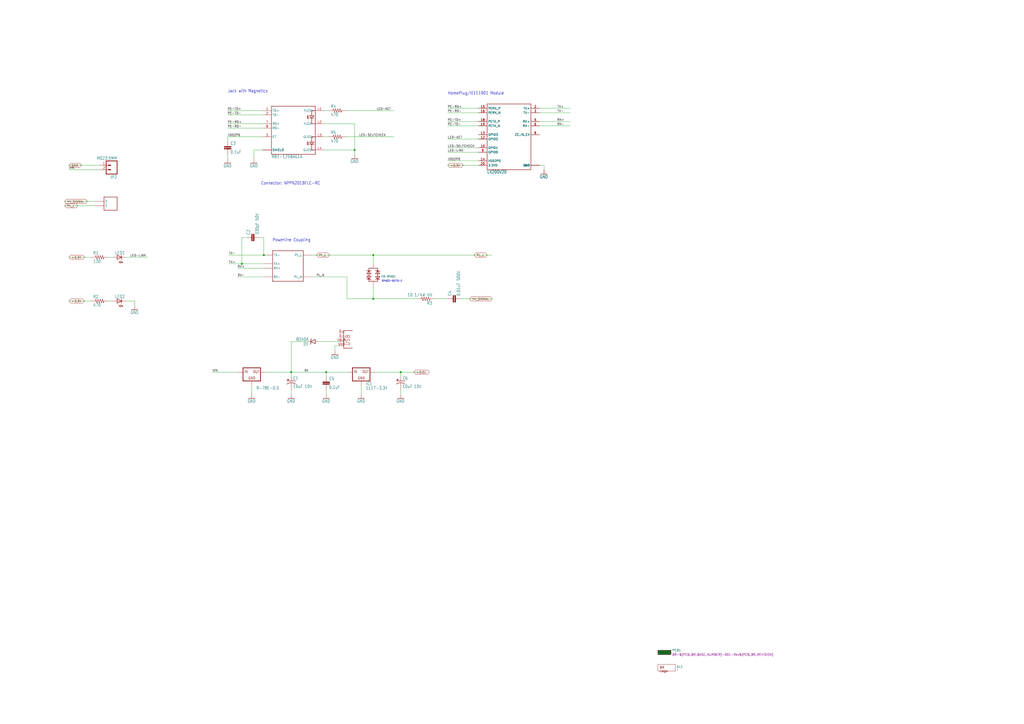
<source format=kicad_sch>
(kicad_sch (version 20231120) (generator "eeschema") (generator_version "8.0")
  (paper "A2")
  (lib_symbols
    (symbol "BR_Virtual_Parts:BR_Logo" (pin_numbers hide) (pin_names (offset 0) hide) (in_bom no)
      (property "Reference" "GL" (at -4.064 4.064 0))
      (symbol "BR_Logo_0_0"
        (text_box "BR Logo" (at -5.08 3.175 0) (size 10.16 -3.81) (effects (font (size 1.27 1.27)) (justify left top)))
      )
    )
    (symbol "BR_Virtual_Parts:PCB"
      (property "Reference" "PCB" (at 0 0 0))
      (property "Manufacturer Part Num" "BR-${PCB_BR_BASE_NUMBER}-001-Rev${PCB_BR_REVISION}" (at 0.889 -2.159 0))
      (symbol "PCB_1_1"
        (rectangle (start -3.81 1.27) (end 3.81 -1.27) (fill (type color) (color 18 101 29 1)))
      )
    )
    (symbol "Fathom-X-eagle-import:C-EUC0603"
      (property "Reference" "C" (at 1.524 0.381 0))
      (symbol "C-EUC0603_1_0"
        (rectangle (start -2.032 -2.032) (end 2.032 -1.524) (fill (type outline)))
        (rectangle (start -2.032 -1.016) (end 2.032 -0.508) (fill (type outline)))
        (polyline (pts (xy 0 -2.54) (xy 0 -2.032)) (stroke (width 0.1524)))
        (polyline (pts (xy 0 0) (xy 0 -0.508)) (stroke (width 0.1524)))
        (pin passive line (at 0 2.54 270) (length 2.54) (name "1") (number "1"))
        (pin passive line (at 0 -5.08 90) (length 2.54) (name "2") (number "2"))
      )
    )
    (symbol "Fathom-X-eagle-import:C-EUC0805"
      (property "Reference" "C" (at 1.524 0.381 0))
      (symbol "C-EUC0805_1_0"
        (rectangle (start -2.032 -2.032) (end 2.032 -1.524) (fill (type outline)))
        (rectangle (start -2.032 -1.016) (end 2.032 -0.508) (fill (type outline)))
        (polyline (pts (xy 0 -2.54) (xy 0 -2.032)) (stroke (width 0.1524)))
        (polyline (pts (xy 0 0) (xy 0 -0.508)) (stroke (width 0.1524)))
        (pin passive line (at 0 2.54 270) (length 2.54) (name "1") (number "1"))
        (pin passive line (at 0 -5.08 90) (length 2.54) (name "2") (number "2"))
      )
    )
    (symbol "Fathom-X-eagle-import:C-EUC1206"
      (property "Reference" "C" (at 1.524 0.381 0))
      (symbol "C-EUC1206_1_0"
        (rectangle (start -2.032 -2.032) (end 2.032 -1.524) (fill (type outline)))
        (rectangle (start -2.032 -1.016) (end 2.032 -0.508) (fill (type outline)))
        (polyline (pts (xy 0 -2.54) (xy 0 -2.032)) (stroke (width 0.1524)))
        (polyline (pts (xy 0 0) (xy 0 -0.508)) (stroke (width 0.1524)))
        (pin passive line (at 0 2.54 270) (length 2.54) (name "1") (number "1"))
        (pin passive line (at 0 -5.08 90) (length 2.54) (name "2") (number "2"))
      )
    )
    (symbol "Fathom-X-eagle-import:CAP0603-CAP"
      (property "Reference" "C" (at 1.524 2.921 0))
      (symbol "CAP0603-CAP_1_0"
        (rectangle (start -2.032 0.508) (end 2.032 1.016) (fill (type outline)))
        (rectangle (start -2.032 1.524) (end 2.032 2.032) (fill (type outline)))
        (polyline (pts (xy 0 0) (xy 0 0.508)) (stroke (width 0.1524)))
        (polyline (pts (xy 0 2.54) (xy 0 2.032)) (stroke (width 0.1524)))
        (pin passive line (at 0 5.08 270) (length 2.54) (name "1") (number "1"))
        (pin passive line (at 0 -2.54 90) (length 2.54) (name "2") (number "2"))
      )
    )
    (symbol "Fathom-X-eagle-import:CAP_POL1206"
      (property "Reference" "C" (at 1.016 0.635 0))
      (symbol "CAP_POL1206_1_0"
        (rectangle (start -2.253 0.668) (end -1.364 0.795) (fill (type outline)))
        (rectangle (start -1.872 0.287) (end -1.745 1.176) (fill (type outline)))
        (arc (start 0 -1.0161) (mid -1.3021 -1.2303) (end -2.4669 -1.8504) (stroke (width 0.254)))
        (polyline (pts (xy -2.54 0) (xy 2.54 0)) (stroke (width 0.254)))
        (polyline (pts (xy 0 -1.016) (xy 0 -2.54)) (stroke (width 0.1524)))
        (arc (start 2.4892 -1.8541) (mid 1.3158 -1.2194) (end 0 -1) (stroke (width 0.254)))
        (pin passive line (at 0 2.54 270) (length 2.54) (name "+") (number "A"))
        (pin passive line (at 0 -5.08 90) (length 2.54) (name "-") (number "C"))
      )
    )
    (symbol "Fathom-X-eagle-import:DIODE-SCHOTTKY-B340A"
      (property "Reference" "D" (at 2.54 0.4826 0))
      (symbol "DIODE-SCHOTTKY-B340A_1_0"
        (polyline (pts (xy -2.54 0) (xy -1.27 0)) (stroke (width 0.1524)))
        (polyline (pts (xy -1.27 -1.27) (xy 1.27 0)) (stroke (width 0.254)))
        (polyline (pts (xy -1.27 0) (xy -1.27 -1.27)) (stroke (width 0.254)))
        (polyline (pts (xy -1.27 1.27) (xy -1.27 0)) (stroke (width 0.254)))
        (polyline (pts (xy 1.27 -1.27) (xy 0.762 -1.524)) (stroke (width 0.254)))
        (polyline (pts (xy 1.27 0) (xy -1.27 1.27)) (stroke (width 0.254)))
        (polyline (pts (xy 1.27 0) (xy 1.27 -1.27)) (stroke (width 0.254)))
        (polyline (pts (xy 1.27 1.27) (xy 1.27 0)) (stroke (width 0.254)))
        (polyline (pts (xy 1.27 1.27) (xy 1.778 1.524)) (stroke (width 0.254)))
        (polyline (pts (xy 2.54 0) (xy 1.27 0)) (stroke (width 0.1524)))
        (pin passive line (at -2.54 0 0) (length 0) (name "A") (number "A"))
        (pin passive line (at 2.54 0 180) (length 0) (name "C") (number "C"))
      )
    )
    (symbol "Fathom-X-eagle-import:GND" (power)
      (symbol "GND_1_0"
        (polyline (pts (xy -1.905 0) (xy 1.905 0)) (stroke (width 0.254)))
        (pin power_in line (at 0 2.54 270) (length 2.54) (name "GND") (number "1"))
      )
    )
    (symbol "Fathom-X-eagle-import:HEADER-210.16MM"
      (symbol "HEADER-210.16MM_1_0"
        (polyline (pts (xy 0 0) (xy 7.62 0)) (stroke (width 0.254)))
        (polyline (pts (xy 0 7.62) (xy 0 0)) (stroke (width 0.254)))
        (polyline (pts (xy 7.62 0) (xy 7.62 7.62)) (stroke (width 0.254)))
        (polyline (pts (xy 7.62 7.62) (xy 0 7.62)) (stroke (width 0.254)))
        (pin bidirectional line (at 12.7 5.08 180) (length 5.08) (name "1") (number "P$1"))
        (pin bidirectional line (at 12.7 2.54 180) (length 5.08) (name "2") (number "P$2"))
      )
    )
    (symbol "Fathom-X-eagle-import:LEDCHIPLED_0603"
      (property "Reference" "LED" (at 3.556 -4.572 90))
      (symbol "LEDCHIPLED_0603_1_0"
        (polyline (pts (xy -2.032 -0.762) (xy -3.429 -2.159)) (stroke (width 0.1524)))
        (polyline (pts (xy -1.905 -1.905) (xy -3.302 -3.302)) (stroke (width 0.1524)))
        (polyline (pts (xy 0 -2.54) (xy -1.27 -2.54)) (stroke (width 0.254)))
        (polyline (pts (xy 0 -2.54) (xy -1.27 0)) (stroke (width 0.254)))
        (polyline (pts (xy 0 0) (xy -1.27 0)) (stroke (width 0.254)))
        (polyline (pts (xy 0 0) (xy 0 -2.54)) (stroke (width 0.1524)))
        (polyline (pts (xy 1.27 -2.54) (xy 0 -2.54)) (stroke (width 0.254)))
        (polyline (pts (xy 1.27 0) (xy 0 -2.54)) (stroke (width 0.254)))
        (polyline (pts (xy 1.27 0) (xy 0 0)) (stroke (width 0.254)))
        (polyline (pts (xy -3.429 -2.159) (xy -3.048 -1.27) (xy -2.54 -1.778)) (stroke (width 0.1524)) (fill (type outline)))
        (polyline (pts (xy -3.302 -3.302) (xy -2.921 -2.413) (xy -2.413 -2.921)) (stroke (width 0.1524)) (fill (type outline)))
        (pin passive line (at 0 2.54 270) (length 2.54) (name "A") (number "A"))
        (pin passive line (at 0 -5.08 90) (length 2.54) (name "C") (number "C"))
      )
    )
    (symbol "Fathom-X-eagle-import:LX200V20"
      (symbol "LX200V20_1_0"
        (polyline (pts (xy -12.7 -17.78) (xy -12.7 20.32)) (stroke (width 0.254)))
        (polyline (pts (xy -12.7 20.32) (xy 12.7 20.32)) (stroke (width 0.254)))
        (polyline (pts (xy 12.7 -17.78) (xy -12.7 -17.78)) (stroke (width 0.254)))
        (polyline (pts (xy 12.7 20.32) (xy 12.7 -17.78)) (stroke (width 0.254)))
        (pin bidirectional line (at 17.78 -15.24 180) (length 5.08) (name "GND") (number "1"))
        (pin bidirectional line (at -17.78 -5.08 0) (length 5.08) (name "GPIO1") (number "10"))
        (pin bidirectional line (at 17.78 -15.24 180) (length 5.08) (name "GND") (number "11"))
        (pin bidirectional line (at -17.78 0 0) (length 5.08) (name "GPIO2") (number "12"))
        (pin bidirectional line (at -17.78 2.54 0) (length 5.08) (name "GPIO3") (number "13"))
        (pin bidirectional line (at -17.78 -12.7 0) (length 5.08) (name "VDD2P0") (number "14"))
        (pin bidirectional line (at -17.78 17.78 0) (length 5.08) (name "PERX_P") (number "15"))
        (pin bidirectional line (at -17.78 15.24 0) (length 5.08) (name "PERX_N") (number "16"))
        (pin bidirectional line (at 17.78 -15.24 180) (length 5.08) (name "GND") (number "17"))
        (pin bidirectional line (at -17.78 10.16 0) (length 5.08) (name "PETX_P") (number "18"))
        (pin bidirectional line (at -17.78 7.62 0) (length 5.08) (name "PETX_N") (number "19"))
        (pin bidirectional line (at 17.78 17.78 180) (length 5.08) (name "TX+") (number "2"))
        (pin bidirectional line (at -17.78 -15.24 0) (length 5.08) (name "3.3VD") (number "20"))
        (pin bidirectional line (at 17.78 15.24 180) (length 5.08) (name "TX-") (number "3"))
        (pin bidirectional line (at 17.78 -15.24 180) (length 5.08) (name "GND") (number "4"))
        (pin bidirectional line (at 17.78 10.16 180) (length 5.08) (name "RX+") (number "5"))
        (pin bidirectional line (at 17.78 7.62 180) (length 5.08) (name "RX-") (number "6"))
        (pin bidirectional line (at 17.78 -15.24 180) (length 5.08) (name "GND") (number "7"))
        (pin bidirectional line (at 17.78 2.54 180) (length 5.08) (name "ZC_IN_EX") (number "8"))
        (pin bidirectional line (at -17.78 -7.62 0) (length 5.08) (name "GPIO0") (number "9"))
      )
    )
    (symbol "Fathom-X-eagle-import:M023.5MM"
      (property "Reference" "JP" (at -2.54 5.842 0))
      (symbol "M023.5MM_1_0"
        (polyline (pts (xy -2.54 5.08) (xy -2.54 -2.54)) (stroke (width 0.4064)))
        (polyline (pts (xy -2.54 5.08) (xy 3.81 5.08)) (stroke (width 0.4064)))
        (polyline (pts (xy 1.27 0) (xy 2.54 0)) (stroke (width 0.6096)))
        (polyline (pts (xy 1.27 2.54) (xy 2.54 2.54)) (stroke (width 0.6096)))
        (polyline (pts (xy 3.81 -2.54) (xy -2.54 -2.54)) (stroke (width 0.4064)))
        (polyline (pts (xy 3.81 -2.54) (xy 3.81 5.08)) (stroke (width 0.4064)))
        (pin passive line (at 7.62 0 180) (length 5.08) (name "1") (number "1"))
        (pin passive line (at 7.62 2.54 180) (length 5.08) (name "2") (number "2"))
      )
    )
    (symbol "Fathom-X-eagle-import:R-US_R0603"
      (property "Reference" "R" (at -3.81 1.4986 0))
      (symbol "R-US_R0603_1_0"
        (polyline (pts (xy -2.54 0) (xy -2.159 1.016)) (stroke (width 0.2032)))
        (polyline (pts (xy -2.159 1.016) (xy -1.524 -1.016)) (stroke (width 0.2032)))
        (polyline (pts (xy -1.524 -1.016) (xy -0.889 1.016)) (stroke (width 0.2032)))
        (polyline (pts (xy -0.889 1.016) (xy -0.254 -1.016)) (stroke (width 0.2032)))
        (polyline (pts (xy -0.254 -1.016) (xy 0.381 1.016)) (stroke (width 0.2032)))
        (polyline (pts (xy 0.381 1.016) (xy 1.016 -1.016)) (stroke (width 0.2032)))
        (polyline (pts (xy 1.016 -1.016) (xy 1.651 1.016)) (stroke (width 0.2032)))
        (polyline (pts (xy 1.651 1.016) (xy 2.286 -1.016)) (stroke (width 0.2032)))
        (polyline (pts (xy 2.286 -1.016) (xy 2.54 0)) (stroke (width 0.2032)))
        (pin passive line (at -5.08 0 0) (length 2.54) (name "1") (number "1"))
        (pin passive line (at 5.08 0 180) (length 2.54) (name "2") (number "2"))
      )
    )
    (symbol "Fathom-X-eagle-import:R-US_R1206"
      (property "Reference" "R" (at -3.81 1.4986 0))
      (symbol "R-US_R1206_1_0"
        (polyline (pts (xy -2.54 0) (xy -2.159 1.016)) (stroke (width 0.2032)))
        (polyline (pts (xy -2.159 1.016) (xy -1.524 -1.016)) (stroke (width 0.2032)))
        (polyline (pts (xy -1.524 -1.016) (xy -0.889 1.016)) (stroke (width 0.2032)))
        (polyline (pts (xy -0.889 1.016) (xy -0.254 -1.016)) (stroke (width 0.2032)))
        (polyline (pts (xy -0.254 -1.016) (xy 0.381 1.016)) (stroke (width 0.2032)))
        (polyline (pts (xy 0.381 1.016) (xy 1.016 -1.016)) (stroke (width 0.2032)))
        (polyline (pts (xy 1.016 -1.016) (xy 1.651 1.016)) (stroke (width 0.2032)))
        (polyline (pts (xy 1.651 1.016) (xy 2.286 -1.016)) (stroke (width 0.2032)))
        (polyline (pts (xy 2.286 -1.016) (xy 2.54 0)) (stroke (width 0.2032)))
        (pin passive line (at -5.08 0 0) (length 2.54) (name "1") (number "1"))
        (pin passive line (at 5.08 0 180) (length 2.54) (name "2") (number "2"))
      )
    )
    (symbol "Fathom-X-eagle-import:RJ45-MAG"
      (symbol "RJ45-MAG_1_0"
        (polyline (pts (xy -12.7 -15.24) (xy 12.7 -15.24)) (stroke (width 0.254)))
        (polyline (pts (xy -12.7 12.7) (xy -12.7 -15.24)) (stroke (width 0.254)))
        (polyline (pts (xy 8.128 -9.652) (xy 8.128 -9.144)) (stroke (width 0.254)))
        (polyline (pts (xy 8.128 -9.144) (xy 8.636 -9.144)) (stroke (width 0.254)))
        (polyline (pts (xy 8.128 -8.636) (xy 8.128 -8.128)) (stroke (width 0.254)))
        (polyline (pts (xy 8.128 -8.128) (xy 8.636 -8.128)) (stroke (width 0.254)))
        (polyline (pts (xy 8.128 5.588) (xy 8.128 6.096)) (stroke (width 0.254)))
        (polyline (pts (xy 8.128 6.096) (xy 8.636 6.096)) (stroke (width 0.254)))
        (polyline (pts (xy 8.128 6.604) (xy 8.128 7.112)) (stroke (width 0.254)))
        (polyline (pts (xy 8.128 7.112) (xy 8.636 7.112)) (stroke (width 0.254)))
        (polyline (pts (xy 8.89 -9.906) (xy 8.128 -9.144)) (stroke (width 0.254)))
        (polyline (pts (xy 8.89 -8.89) (xy 8.128 -8.128)) (stroke (width 0.254)))
        (polyline (pts (xy 8.89 5.334) (xy 8.128 6.096)) (stroke (width 0.254)))
        (polyline (pts (xy 8.89 6.35) (xy 8.128 7.112)) (stroke (width 0.254)))
        (polyline (pts (xy 9.398 -9.398) (xy 10.668 -9.398)) (stroke (width 0.254)))
        (polyline (pts (xy 9.398 -8.128) (xy 10.668 -9.398)) (stroke (width 0.254)))
        (polyline (pts (xy 9.398 5.842) (xy 10.668 5.842)) (stroke (width 0.254)))
        (polyline (pts (xy 9.398 7.112) (xy 10.668 5.842)) (stroke (width 0.254)))
        (polyline (pts (xy 10.668 -12.7) (xy 12.7 -12.7)) (stroke (width 0.254)))
        (polyline (pts (xy 10.668 -9.398) (xy 10.668 -12.7)) (stroke (width 0.254)))
        (polyline (pts (xy 10.668 -9.398) (xy 11.938 -9.398)) (stroke (width 0.254)))
        (polyline (pts (xy 10.668 -9.398) (xy 11.938 -8.128)) (stroke (width 0.254)))
        (polyline (pts (xy 10.668 -8.128) (xy 9.398 -8.128)) (stroke (width 0.254)))
        (polyline (pts (xy 10.668 -5.08) (xy 10.668 -8.128)) (stroke (width 0.254)))
        (polyline (pts (xy 10.668 2.54) (xy 12.7 2.54)) (stroke (width 0.254)))
        (polyline (pts (xy 10.668 5.842) (xy 10.668 2.54)) (stroke (width 0.254)))
        (polyline (pts (xy 10.668 5.842) (xy 11.938 5.842)) (stroke (width 0.254)))
        (polyline (pts (xy 10.668 5.842) (xy 11.938 7.112)) (stroke (width 0.254)))
        (polyline (pts (xy 10.668 7.112) (xy 9.398 7.112)) (stroke (width 0.254)))
        (polyline (pts (xy 10.668 10.16) (xy 10.668 7.112)) (stroke (width 0.254)))
        (polyline (pts (xy 11.938 -8.128) (xy 10.668 -8.128)) (stroke (width 0.254)))
        (polyline (pts (xy 11.938 7.112) (xy 10.668 7.112)) (stroke (width 0.254)))
        (polyline (pts (xy 12.7 -15.24) (xy 12.7 -12.7)) (stroke (width 0.254)))
        (polyline (pts (xy 12.7 -12.7) (xy 12.7 2.54)) (stroke (width 0.254)))
        (polyline (pts (xy 12.7 -5.08) (xy 10.668 -5.08)) (stroke (width 0.254)))
        (polyline (pts (xy 12.7 2.54) (xy 12.7 10.16)) (stroke (width 0.254)))
        (polyline (pts (xy 12.7 10.16) (xy 10.668 10.16)) (stroke (width 0.254)))
        (polyline (pts (xy 12.7 10.16) (xy 12.7 12.7)) (stroke (width 0.254)))
        (polyline (pts (xy 12.7 12.7) (xy -12.7 12.7)) (stroke (width 0.254)))
        (pin bidirectional line (at -17.78 10.16 0) (length 5.08) (name "TD+") (number "1"))
        (pin bidirectional line (at -17.78 7.62 0) (length 5.08) (name "TD-") (number "2"))
        (pin bidirectional line (at -17.78 -5.08 0) (length 5.08) (name "CT") (number "3"))
        (pin bidirectional line (at -17.78 2.54 0) (length 5.08) (name "RD+") (number "7"))
        (pin bidirectional line (at -17.78 0 0) (length 5.08) (name "RD-") (number "8"))
        (pin bidirectional line (at 17.78 10.16 180) (length 5.08) (name "YLED+") (number "L1"))
        (pin bidirectional line (at 17.78 2.54 180) (length 5.08) (name "YLED-") (number "L2"))
        (pin bidirectional line (at 17.78 -5.08 180) (length 5.08) (name "GLED+") (number "L3"))
        (pin bidirectional line (at 17.78 -12.7 180) (length 5.08) (name "GLED-") (number "L4"))
        (pin bidirectional line (at -17.78 -12.7 0) (length 5.08) (name "SHIELD") (number "SHIELD0"))
        (pin bidirectional line (at -17.78 -12.7 0) (length 5.08) (name "SHIELD") (number "SHIELD1"))
      )
    )
    (symbol "Fathom-X-eagle-import:SparkFun-Aesthetics_GND" (power)
      (symbol "SparkFun-Aesthetics_GND_1_0"
        (polyline (pts (xy -1.905 0) (xy 1.905 0)) (stroke (width 0.254)))
        (pin power_in line (at 0 2.54 270) (length 2.54) (name "GND") (number "1"))
      )
    )
    (symbol "Fathom-X-eagle-import:TVS-SP4021"
      (symbol "TVS-SP4021_1_0"
        (polyline (pts (xy -3.81 3.048) (xy -1.27 3.048)) (stroke (width 0.254)))
        (polyline (pts (xy -3.81 4.318) (xy -2.54 6.096)) (stroke (width 0.254)))
        (polyline (pts (xy -3.81 6.096) (xy -2.54 6.096)) (stroke (width 0.254)))
        (polyline (pts (xy -3.302 1.27) (xy -3.81 1.778)) (stroke (width 0.254)))
        (polyline (pts (xy -2.54 0) (xy 2.54 0)) (stroke (width 0.254)))
        (polyline (pts (xy -2.54 1.27) (xy -3.81 3.048)) (stroke (width 0.254)))
        (polyline (pts (xy -2.54 1.27) (xy -3.302 1.27)) (stroke (width 0.254)))
        (polyline (pts (xy -2.54 1.27) (xy -2.54 0)) (stroke (width 0.254)))
        (polyline (pts (xy -2.54 6.096) (xy -2.54 1.27)) (stroke (width 0.254)))
        (polyline (pts (xy -2.54 6.096) (xy -1.27 4.318)) (stroke (width 0.254)))
        (polyline (pts (xy -2.54 6.096) (xy -1.27 6.096)) (stroke (width 0.254)))
        (polyline (pts (xy -2.54 7.62) (xy -2.54 6.096)) (stroke (width 0.254)))
        (polyline (pts (xy -1.778 1.27) (xy -2.54 1.27)) (stroke (width 0.254)))
        (polyline (pts (xy -1.27 0.762) (xy -1.778 1.27)) (stroke (width 0.254)))
        (polyline (pts (xy -1.27 3.048) (xy -2.54 1.27)) (stroke (width 0.254)))
        (polyline (pts (xy -1.27 4.318) (xy -3.81 4.318)) (stroke (width 0.254)))
        (polyline (pts (xy 1.27 1.27) (xy 2.54 1.27)) (stroke (width 0.254)))
        (polyline (pts (xy 1.27 2.794) (xy 3.81 2.794)) (stroke (width 0.254)))
        (polyline (pts (xy 1.27 4.318) (xy 2.54 6.096)) (stroke (width 0.254)))
        (polyline (pts (xy 1.27 6.604) (xy 1.778 6.096)) (stroke (width 0.254)))
        (polyline (pts (xy 1.778 6.096) (xy 2.54 6.096)) (stroke (width 0.254)))
        (polyline (pts (xy 2.54 0) (xy 2.54 1.27)) (stroke (width 0.254)))
        (polyline (pts (xy 2.54 1.27) (xy 1.27 2.794)) (stroke (width 0.254)))
        (polyline (pts (xy 2.54 1.27) (xy 2.54 6.096)) (stroke (width 0.254)))
        (polyline (pts (xy 2.54 1.27) (xy 3.81 1.27)) (stroke (width 0.254)))
        (polyline (pts (xy 2.54 6.096) (xy 2.54 7.62)) (stroke (width 0.254)))
        (polyline (pts (xy 2.54 6.096) (xy 3.302 6.096)) (stroke (width 0.254)))
        (polyline (pts (xy 2.54 6.096) (xy 3.81 4.318)) (stroke (width 0.254)))
        (polyline (pts (xy 2.54 7.62) (xy -2.54 7.62)) (stroke (width 0.254)))
        (polyline (pts (xy 3.302 6.096) (xy 3.81 5.588)) (stroke (width 0.254)))
        (polyline (pts (xy 3.81 2.794) (xy 2.54 1.27)) (stroke (width 0.254)))
        (polyline (pts (xy 3.81 4.318) (xy 1.27 4.318)) (stroke (width 0.254)))
        (pin bidirectional line (at 0 -2.54 90) (length 2.54) (name "P$1") (number "1"))
        (pin bidirectional line (at 0 10.16 270) (length 2.54) (name "P$2") (number "2"))
      )
    )
    (symbol "Fathom-X-eagle-import:USBSMD"
      (symbol "USBSMD_1_0"
        (polyline (pts (xy 0 -1.27) (xy 5.08 -1.27)) (stroke (width 0.254)))
        (polyline (pts (xy 0 8.89) (xy 0 -1.27)) (stroke (width 0.254)))
        (polyline (pts (xy 5.08 8.89) (xy 0 8.89)) (stroke (width 0.254)))
        (text "USB" (at 3.81 0 900) (effects (font (size 2.54 2.159)) (justify left bottom)))
        (pin bidirectional line (at -2.54 7.62 0) (length 2.54) (name "D+") (number "D+"))
        (pin bidirectional line (at -2.54 5.08 0) (length 2.54) (name "D-") (number "D-"))
        (pin bidirectional line (at -2.54 0 0) (length 2.54) (name "GND") (number "GND"))
        (pin bidirectional line (at -2.54 2.54 0) (length 2.54) (name "VBUS") (number "VBUS"))
      )
    )
    (symbol "Fathom-X-eagle-import:UT11403S"
      (symbol "UT11403S_1_0"
        (polyline (pts (xy 0 0) (xy 17.78 0)) (stroke (width 0.254)))
        (polyline (pts (xy 0 17.78) (xy 0 0)) (stroke (width 0.254)))
        (polyline (pts (xy 17.78 0) (xy 17.78 17.78)) (stroke (width 0.254)))
        (polyline (pts (xy 17.78 17.78) (xy 0 17.78)) (stroke (width 0.254)))
        (pin bidirectional line (at 22.86 15.24 180) (length 5.08) (name "PL_L") (number "PL_L"))
        (pin bidirectional line (at 22.86 2.54 180) (length 5.08) (name "PL_N") (number "PL_N"))
        (pin bidirectional line (at -5.08 7.62 0) (length 5.08) (name "RX+") (number "RX+"))
        (pin bidirectional line (at -5.08 2.54 0) (length 5.08) (name "RX-") (number "RX-"))
        (pin bidirectional line (at -5.08 10.16 0) (length 5.08) (name "TX+") (number "TX+"))
        (pin bidirectional line (at -5.08 15.24 0) (length 5.08) (name "TX-") (number "TX-"))
      )
    )
    (symbol "Fathom-X-eagle-import:VREG-1117-FIXEDSOT223"
      (property "Reference" "IC" (at 2.54 -7.62 0))
      (symbol "VREG-1117-FIXEDSOT223_1_0"
        (polyline (pts (xy -5.08 -5.08) (xy 5.08 -5.08)) (stroke (width 0.4064)))
        (polyline (pts (xy -5.08 2.54) (xy -5.08 -5.08)) (stroke (width 0.4064)))
        (polyline (pts (xy 5.08 -5.08) (xy 5.08 2.54)) (stroke (width 0.4064)))
        (polyline (pts (xy 5.08 2.54) (xy -5.08 2.54)) (stroke (width 0.4064)))
        (text "GND" (at -2.032 -4.318 0) (effects (font (size 1.524 1.2954)) (justify left bottom)))
        (text "IN" (at -4.445 -0.635 0) (effects (font (size 1.524 1.2954)) (justify left bottom)))
        (text "OUT" (at 0.635 -0.635 0) (effects (font (size 1.524 1.2954)) (justify left bottom)))
        (pin input line (at 0 -7.62 90) (length 2.54) (name "GND") (number "1"))
        (pin output line (at 7.62 0 180) (length 2.54) (name "OUT") (number "2"))
        (pin input line (at -7.62 0 0) (length 2.54) (name "IN") (number "3"))
      )
    )
    (symbol "Fathom-X-eagle-import:VREG-R-78E-0.5"
      (symbol "VREG-R-78E-0.5_1_0"
        (polyline (pts (xy -5.08 -5.08) (xy 5.08 -5.08)) (stroke (width 0.4064)))
        (polyline (pts (xy -5.08 2.54) (xy -5.08 -5.08)) (stroke (width 0.4064)))
        (polyline (pts (xy 5.08 -5.08) (xy 5.08 2.54)) (stroke (width 0.4064)))
        (polyline (pts (xy 5.08 2.54) (xy -5.08 2.54)) (stroke (width 0.4064)))
        (text "GND" (at -2.032 -4.318 0) (effects (font (size 1.524 1.2954)) (justify left bottom)))
        (text "IN" (at -4.445 -0.635 0) (effects (font (size 1.524 1.2954)) (justify left bottom)))
        (text "OUT" (at 0.635 -0.635 0) (effects (font (size 1.524 1.2954)) (justify left bottom)))
        (pin input line (at 0 -7.62 90) (length 2.54) (name "GND") (number "GND"))
        (pin input line (at -7.62 0 0) (length 2.54) (name "IN") (number "VIN"))
        (pin output line (at 7.62 0 180) (length 2.54) (name "OUT") (number "VOUT"))
      )
    )
  )
  (junction (at 140.335 153.035))
  (junction (at 189.23 215.9))
  (junction (at 216.535 147.955))
  (junction (at 168.91 215.9))
  (junction (at 216.535 173.355))
  (junction (at 232.41 215.9))
  (junction (at 205.74 86.995))
  (junction (at 153.035 147.955))
  (wire (pts (xy 152.4 66.675) (xy 132.08 66.675)) (stroke (width 0.1524)))
  (wire (pts (xy 216.535 173.355) (xy 241.935 173.355)) (stroke (width 0.1524)))
  (wire (pts (xy 152.4 79.375) (xy 132.08 79.375)) (stroke (width 0.1524)))
  (wire (pts (xy 180.975 160.655) (xy 201.295 160.655)) (stroke (width 0.1524)))
  (wire (pts (xy 142.875 137.795) (xy 140.335 137.795)) (stroke (width 0.1524)))
  (wire (pts (xy 52.705 174.625) (xy 40.005 174.625)) (stroke (width 0.1524)))
  (wire (pts (xy 138.43 215.9) (xy 123.19 215.9)) (stroke (width 0.1524)))
  (wire (pts (xy 153.035 155.575) (xy 137.795 155.575)) (stroke (width 0.1524)))
  (wire (pts (xy 189.23 215.9) (xy 168.91 215.9)) (stroke (width 0.1524)))
  (wire (pts (xy 196.85 200.66) (xy 194.31 200.66)) (stroke (width 0.1524)))
  (wire (pts (xy 153.035 147.955) (xy 132.715 147.955)) (stroke (width 0.1524)))
  (wire (pts (xy 216.535 165.735) (xy 216.535 173.355)) (stroke (width 0.1524)))
  (wire (pts (xy 277.495 73.025) (xy 259.715 73.025)) (stroke (width 0.1524)))
  (wire (pts (xy 168.91 198.12) (xy 168.91 215.9)) (stroke (width 0.1524)))
  (wire (pts (xy 146.05 223.52) (xy 146.05 228.6)) (stroke (width 0.1524)))
  (wire (pts (xy 216.535 147.955) (xy 285.115 147.955)) (stroke (width 0.1524)))
  (wire (pts (xy 205.74 86.995) (xy 205.74 89.535)) (stroke (width 0.1524)))
  (wire (pts (xy 189.23 228.6) (xy 189.23 226.06)) (stroke (width 0.1524)))
  (wire (pts (xy 313.055 73.025) (xy 330.835 73.025)) (stroke (width 0.1524)))
  (wire (pts (xy 179.07 198.12) (xy 168.91 198.12)) (stroke (width 0.1524)))
  (wire (pts (xy 277.495 62.865) (xy 259.715 62.865)) (stroke (width 0.1524)))
  (wire (pts (xy 252.095 173.355) (xy 259.715 173.355)) (stroke (width 0.1524)))
  (wire (pts (xy 152.4 71.755) (xy 132.08 71.755)) (stroke (width 0.1524)))
  (wire (pts (xy 187.96 64.135) (xy 190.5 64.135)) (stroke (width 0.1524)))
  (wire (pts (xy 153.035 153.035) (xy 140.335 153.035)) (stroke (width 0.1524)))
  (wire (pts (xy 57.785 98.425) (xy 40.005 98.425)) (stroke (width 0.1524)))
  (wire (pts (xy 187.96 86.995) (xy 205.74 86.995)) (stroke (width 0.1524)))
  (wire (pts (xy 232.41 215.9) (xy 245.11 215.9)) (stroke (width 0.1524)))
  (wire (pts (xy 147.32 86.995) (xy 147.32 92.075)) (stroke (width 0.1524)))
  (wire (pts (xy 201.295 173.355) (xy 216.535 173.355)) (stroke (width 0.1524)))
  (wire (pts (xy 189.23 215.9) (xy 201.93 215.9)) (stroke (width 0.1524)))
  (wire (pts (xy 277.495 80.645) (xy 259.715 80.645)) (stroke (width 0.1524)))
  (wire (pts (xy 78.105 174.625) (xy 78.105 177.165)) (stroke (width 0.1524)))
  (wire (pts (xy 267.335 173.355) (xy 285.115 173.355)) (stroke (width 0.1524)))
  (wire (pts (xy 152.4 74.295) (xy 132.08 74.295)) (stroke (width 0.1524)))
  (wire (pts (xy 313.055 95.885) (xy 315.595 95.885)) (stroke (width 0.1524)))
  (wire (pts (xy 217.17 215.9) (xy 232.41 215.9)) (stroke (width 0.1524)))
  (wire (pts (xy 85.725 149.225) (xy 73.025 149.225)) (stroke (width 0.1524)))
  (wire (pts (xy 313.055 62.865) (xy 330.835 62.865)) (stroke (width 0.1524)))
  (wire (pts (xy 55.245 119.38) (xy 37.465 119.38)) (stroke (width 0.1524)))
  (wire (pts (xy 62.865 174.625) (xy 65.405 174.625)) (stroke (width 0.1524)))
  (wire (pts (xy 313.055 70.485) (xy 330.835 70.485)) (stroke (width 0.1524)))
  (wire (pts (xy 153.67 215.9) (xy 168.91 215.9)) (stroke (width 0.1524)))
  (wire (pts (xy 277.495 88.265) (xy 259.715 88.265)) (stroke (width 0.1524)))
  (wire (pts (xy 313.055 65.405) (xy 330.835 65.405)) (stroke (width 0.1524)))
  (wire (pts (xy 132.08 79.375) (xy 132.08 81.915)) (stroke (width 0.1524)))
  (wire (pts (xy 150.495 137.795) (xy 153.035 137.795)) (stroke (width 0.1524)))
  (wire (pts (xy 277.495 65.405) (xy 259.715 65.405)) (stroke (width 0.1524)))
  (wire (pts (xy 52.705 149.225) (xy 40.005 149.225)) (stroke (width 0.1524)))
  (wire (pts (xy 132.08 89.535) (xy 132.08 92.075)) (stroke (width 0.1524)))
  (wire (pts (xy 277.495 93.345) (xy 259.715 93.345)) (stroke (width 0.1524)))
  (wire (pts (xy 205.74 71.755) (xy 205.74 86.995)) (stroke (width 0.1524)))
  (wire (pts (xy 187.96 79.375) (xy 190.5 79.375)) (stroke (width 0.1524)))
  (wire (pts (xy 168.91 226.06) (xy 168.91 228.6)) (stroke (width 0.1524)))
  (wire (pts (xy 184.15 198.12) (xy 196.85 198.12)) (stroke (width 0.1524)))
  (wire (pts (xy 180.975 147.955) (xy 216.535 147.955)) (stroke (width 0.1524)))
  (wire (pts (xy 187.96 71.755) (xy 205.74 71.755)) (stroke (width 0.1524)))
  (wire (pts (xy 277.495 95.885) (xy 259.715 95.885)) (stroke (width 0.1524)))
  (wire (pts (xy 209.55 223.52) (xy 209.55 228.6)) (stroke (width 0.1524)))
  (wire (pts (xy 194.31 200.66) (xy 194.31 203.2)) (stroke (width 0.1524)))
  (wire (pts (xy 232.41 226.06) (xy 232.41 228.6)) (stroke (width 0.1524)))
  (wire (pts (xy 153.035 137.795) (xy 153.035 147.955)) (stroke (width 0.1524)))
  (wire (pts (xy 216.535 153.035) (xy 216.535 147.955)) (stroke (width 0.1524)))
  (wire (pts (xy 200.66 79.375) (xy 228.6 79.375)) (stroke (width 0.1524)))
  (wire (pts (xy 140.335 153.035) (xy 132.715 153.035)) (stroke (width 0.1524)))
  (wire (pts (xy 189.23 218.44) (xy 189.23 215.9)) (stroke (width 0.1524)))
  (wire (pts (xy 277.495 85.725) (xy 259.715 85.725)) (stroke (width 0.1524)))
  (wire (pts (xy 153.035 160.655) (xy 137.795 160.655)) (stroke (width 0.1524)))
  (wire (pts (xy 140.335 137.795) (xy 140.335 153.035)) (stroke (width 0.1524)))
  (wire (pts (xy 200.66 64.135) (xy 228.6 64.135)) (stroke (width 0.1524)))
  (wire (pts (xy 152.4 64.135) (xy 132.08 64.135)) (stroke (width 0.1524)))
  (wire (pts (xy 57.785 95.885) (xy 40.005 95.885)) (stroke (width 0.1524)))
  (wire (pts (xy 55.245 116.84) (xy 37.465 116.84)) (stroke (width 0.1524)))
  (wire (pts (xy 277.495 70.485) (xy 259.715 70.485)) (stroke (width 0.1524)))
  (wire (pts (xy 73.025 174.625) (xy 78.105 174.625)) (stroke (width 0.1524)))
  (wire (pts (xy 168.91 215.9) (xy 168.91 218.44)) (stroke (width 0.1524)))
  (wire (pts (xy 152.4 86.995) (xy 147.32 86.995)) (stroke (width 0.1524)))
  (wire (pts (xy 62.865 149.225) (xy 65.405 149.225)) (stroke (width 0.1524)))
  (wire (pts (xy 232.41 215.9) (xy 232.41 218.44)) (stroke (width 0.1524)))
  (wire (pts (xy 315.595 95.885) (xy 315.595 98.425)) (stroke (width 0.1524)))
  (wire (pts (xy 201.295 160.655) (xy 201.295 173.355)) (stroke (width 0.1524)))
  (text "Connector: NPPN201BFLC-RC" (at 151.384 107.442 0) (effects (font (size 1.778 1.5113)) (justify left bottom)))
  (text "Jack with Magnetics" (at 132.08 53.975 0) (effects (font (size 1.778 1.5113)) (justify left bottom)))
  (text "SP4021-01FTG-C" (at 221.361 163.703 0) (effects (font (size 1.016 0.8636)) (justify left bottom)))
  (text "HomePlug/IEEE1901 Module" (at 259.715 55.245 0) (effects (font (size 1.778 1.5113)) (justify left bottom)))
  (text "Powerline Coupling" (at 158.115 140.335 0) (effects (font (size 1.778 1.5113)) (justify left bottom)))
  (label "LED-SELFCHECK" (at 259.715 85.725 0) (effects (font (size 1.2446 1.2446))))
  (label "RX+" (at 137.795 155.575 0) (effects (font (size 1.2446 1.2446))))
  (label "VIN" (at 40.005 98.425 0) (effects (font (size 1.2446 1.2446))))
  (label "LED-ACT" (at 218.44 64.135 0) (effects (font (size 1.2446 1.2446))))
  (label "VDD2P0" (at 132.08 79.375 0) (effects (font (size 1.2446 1.2446))))
  (label "TX+" (at 132.715 153.035 0) (effects (font (size 1.2446 1.2446))))
  (label "PE-TD-" (at 259.715 73.025 0) (effects (font (size 1.2446 1.2446))))
  (label "PE-TD-" (at 132.08 66.675 0) (effects (font (size 1.2446 1.2446))))
  (label "TX-" (at 323.215 65.405 0) (effects (font (size 1.2446 1.2446))))
  (label "RX-" (at 323.215 73.025 0) (effects (font (size 1.2446 1.2446))))
  (label "VDD2P0" (at 259.715 93.345 0) (effects (font (size 1.2446 1.2446))))
  (label "LED-LINK" (at 75.565 149.225 0) (effects (font (size 1.2446 1.2446))))
  (label "PE-RD-" (at 132.08 74.295 0) (effects (font (size 1.2446 1.2446))))
  (label "RX-" (at 137.795 160.655 0) (effects (font (size 1.2446 1.2446))))
  (label "PE-RD+" (at 259.715 62.865 0) (effects (font (size 1.2446 1.2446))))
  (label "5V" (at 176.53 215.9 0) (effects (font (size 1.2446 1.2446))))
  (label "VIN" (at 123.19 215.9 0) (effects (font (size 1.2446 1.2446))))
  (label "PE-RD+" (at 132.08 71.755 0) (effects (font (size 1.2446 1.2446))))
  (label "LED-ACT" (at 259.715 80.645 0) (effects (font (size 1.2446 1.2446))))
  (label "LED-LINK" (at 259.715 88.265 0) (effects (font (size 1.2446 1.2446))))
  (label "RX+" (at 323.215 70.485 0) (effects (font (size 1.2446 1.2446))))
  (label "TX+" (at 323.215 62.865 0) (effects (font (size 1.2446 1.2446))))
  (label "PL_N" (at 183.515 160.655 0) (effects (font (size 1.2446 1.2446))))
  (label "TX-" (at 132.715 147.955 0) (effects (font (size 1.2446 1.2446))))
  (label "PE-RD-" (at 259.715 65.405 0) (effects (font (size 1.2446 1.2446))))
  (label "LED-SELFCHECK" (at 208.28 79.375 0) (effects (font (size 1.2446 1.2446))))
  (label "PE-TD+" (at 132.08 64.135 0) (effects (font (size 1.2446 1.2446))))
  (label "PE-TD+" (at 259.715 70.485 0) (effects (font (size 1.2446 1.2446))))
  (global_label "+3.3V" (shape bidirectional) (at 40.005 174.625 0) (effects (font (size 1.2446 1.2446))) (property "Intersheetrefs" "${INTERSHEET_REFS}" (effects (hide yes))))
  (global_label "HV_SIGNAL" (shape bidirectional) (at 37.465 116.84 0) (effects (font (size 1.2446 1.2446))) (property "Intersheetrefs" "${INTERSHEET_REFS}" (effects (hide yes))))
  (global_label "PL_L" (shape bidirectional) (at 274.955 147.955 0) (effects (font (size 1.2446 1.2446))) (property "Intersheetrefs" "${INTERSHEET_REFS}" (effects (hide yes))))
  (global_label "PL_L" (shape bidirectional) (at 37.465 119.38 0) (effects (font (size 1.2446 1.2446))) (property "Intersheetrefs" "${INTERSHEET_REFS}" (effects (hide yes))))
  (global_label "+3.3V" (shape bidirectional) (at 259.715 95.885 0) (effects (font (size 1.2446 1.2446))) (property "Intersheetrefs" "${INTERSHEET_REFS}" (effects (hide yes))))
  (global_label "GND" (shape bidirectional) (at 40.005 95.885 0) (effects (font (size 1.2446 1.2446))) (property "Intersheetrefs" "${INTERSHEET_REFS}" (effects (hide yes))))
  (global_label "HV_SIGNAL" (shape bidirectional) (at 272.415 173.355 0) (effects (font (size 1.2446 1.2446))) (property "Intersheetrefs" "${INTERSHEET_REFS}" (effects (hide yes))))
  (global_label "+3.3V" (shape bidirectional) (at 240.03 215.9 0) (effects (font (size 1.2446 1.2446))) (property "Intersheetrefs" "${INTERSHEET_REFS}" (effects (hide yes))))
  (global_label "PL_L" (shape bidirectional) (at 183.515 147.955 0) (effects (font (size 1.2446 1.2446))) (property "Intersheetrefs" "${INTERSHEET_REFS}" (effects (hide yes))))
  (global_label "+3.3V" (shape bidirectional) (at 40.005 149.225 0) (effects (font (size 1.2446 1.2446))) (property "Intersheetrefs" "${INTERSHEET_REFS}" (effects (hide yes))))
  (symbol (lib_id "Fathom-X-eagle-import:GND") (at 315.595 100.965 0) (unit 1)
    (property "Reference" "#GND03" (effects (hide yes)))
    (property "Value" "GND" (at 313.055 103.505 0) (effects (font (size 1.778 1.5113)) (justify left bottom)))
  )
  (symbol (lib_id "Fathom-X-eagle-import:C-EUC1206") (at 262.255 173.355 90) (unit 1)
    (property "Reference" "C4" (at 261.874 171.831 0) (effects (font (size 1.778 1.5113)) (justify left bottom)))
    (property "Value" "0.01uF 500V" (at 266.954 171.831 0) (effects (font (size 1.778 1.5113)) (justify left bottom)))
    (property "Footprint" "Fathom-X:C1206" (effects (hide yes)))
  )
  (symbol (lib_id "Fathom-X-eagle-import:VREG-R-78E-0.5") (at 146.05 215.9 0) (unit 1)
    (property "Reference" "U$6" (effects (hide yes)))
    (property "Value" "R-78E-0.5" (at 148.59 226.06 0) (effects (font (size 1.778 1.5113)) (justify left bottom)))
    (property "Footprint" "Fathom-X:R-78E-0.5" (effects (hide yes)))
  )
  (symbol (lib_id "Fathom-X-eagle-import:R-US_R1206") (at 247.015 173.355 180) (unit 1)
    (property "Reference" "R3" (at 250.825 174.8536 0) (effects (font (size 1.778 1.5113)) (justify left bottom)))
    (property "Value" "10 1/4W HV" (at 250.825 170.053 0) (effects (font (size 1.778 1.5113)) (justify left bottom)))
    (property "Footprint" "Fathom-X:R1206" (effects (hide yes)))
  )
  (symbol (lib_id "Fathom-X-eagle-import:CAP_POL1206") (at 232.41 220.98 0) (unit 1)
    (property "Reference" "C6" (at 233.426 220.345 0) (effects (font (size 1.778 1.5113)) (justify left bottom)))
    (property "Value" "10uF 10V" (at 233.426 225.171 0) (effects (font (size 1.778 1.5113)) (justify left bottom)))
    (property "Footprint" "Fathom-X:EIA3216" (effects (hide yes)))
  )
  (symbol (lib_id "Fathom-X-eagle-import:GND") (at 194.31 205.74 0) (unit 1)
    (property "Reference" "#GND09" (effects (hide yes)))
    (property "Value" "GND" (at 191.77 208.28 0) (effects (font (size 1.778 1.5113)) (justify left bottom)))
  )
  (symbol (lib_id "Fathom-X-eagle-import:GND") (at 132.08 94.615 0) (unit 1)
    (property "Reference" "#GND04" (effects (hide yes)))
    (property "Value" "GND" (at 129.54 97.155 0) (effects (font (size 1.778 1.5113)) (justify left bottom)))
  )
  (symbol (lib_id "BR_Virtual_Parts:PCB") (at 385.445 378.46 0) (unit 1)
    (property "Reference" "PCB1" (at 389.89 377.1899 0) (effects (justify left)))
    (property "Value" "Unpopulated PCB" (effects (hide yes)))
    (property "Footprint" "BR_Virtual_Parts:BR_NUMS" (effects (hide yes)))
    (property "Description" "An item representing the bare board in the PCBA" (effects (hide yes)))
    (property "Manufacturer" "Blue Robotics" (effects (hide yes)))
    (property "Manufacturer Part Num" "BR-${PCB_BR_BASE_NUMBER}-001-Rev${PCB_BR_REVISION}" (at 389.89 379.7299 0) (effects (justify left)))
  )
  (symbol (lib_id "Fathom-X-eagle-import:VREG-1117-FIXEDSOT223") (at 209.55 215.9 0) (unit 1)
    (property "Reference" "IC1" (at 212.09 223.52 0) (effects (font (size 1.778 1.5113)) (justify left bottom)))
    (property "Value" "1117-3.3V" (at 212.09 226.06 0) (effects (font (size 1.778 1.5113)) (justify left bottom)))
    (property "Footprint" "Fathom-X:SOT223" (effects (hide yes)))
  )
  (symbol (lib_id "Fathom-X-eagle-import:M023.5MM") (at 65.405 95.885 180) (unit 1)
    (property "Reference" "JP2" (at 67.945 101.727 0) (effects (font (size 1.778 1.5113)) (justify left bottom)))
    (property "Value" "M023.5MM" (at 67.945 90.805 0) (effects (font (size 1.778 1.5113)) (justify left bottom)))
    (property "Footprint" "Fathom-X:SCREWTERMINAL-3.5MM-2" (effects (hide yes)))
  )
  (symbol (lib_id "Fathom-X-eagle-import:CAP0603-CAP") (at 189.23 223.52 0) (unit 1)
    (property "Reference" "C5" (at 190.754 220.599 0) (effects (font (size 1.778 1.5113)) (justify left bottom)))
    (property "Value" "0.1uF" (at 190.754 225.679 0) (effects (font (size 1.778 1.5113)) (justify left bottom)))
    (property "Footprint" "Fathom-X:0603-CAP" (effects (hide yes)))
  )
  (symbol (lib_id "Fathom-X-eagle-import:USBSMD") (at 199.39 200.66 0) (unit 1)
    (property "Reference" "JP1" (effects (hide yes)))
    (property "Value" "USBSMD" (effects (hide yes)))
    (property "Footprint" "Fathom-X:USB-MINIB" (effects (hide yes)))
  )
  (symbol (lib_id "Fathom-X-eagle-import:GND") (at 146.05 231.14 0) (unit 1)
    (property "Reference" "#GND01" (effects (hide yes)))
    (property "Value" "GND" (at 143.51 233.68 0) (effects (font (size 1.778 1.5113)) (justify left bottom)))
  )
  (symbol (lib_id "Fathom-X-eagle-import:DIODE-SCHOTTKY-B340A") (at 181.61 198.12 180) (unit 1)
    (property "Reference" "D1" (at 179.07 198.6026 0) (effects (font (size 1.778 1.5113)) (justify left bottom)))
    (property "Value" "B340A" (at 179.07 195.8086 0) (effects (font (size 1.778 1.5113)) (justify left bottom)))
    (property "Footprint" "Fathom-X:SMA-DIODE" (effects (hide yes)))
  )
  (symbol (lib_id "Fathom-X-eagle-import:SparkFun-Aesthetics_GND") (at 209.55 231.14 0) (unit 1)
    (property "Reference" "#GND010" (effects (hide yes)))
    (property "Value" "GND" (at 207.01 233.68 0) (effects (font (size 1.778 1.5113)) (justify left bottom)))
  )
  (symbol (lib_id "Fathom-X-eagle-import:C-EUC0603") (at 132.08 84.455 0) (unit 1)
    (property "Reference" "C3" (at 133.604 84.074 0) (effects (font (size 1.778 1.5113)) (justify left bottom)))
    (property "Value" "0.1uF" (at 133.604 89.154 0) (effects (font (size 1.778 1.5113)) (justify left bottom)))
    (property "Footprint" "Fathom-X:C0603" (effects (hide yes)))
  )
  (symbol (lib_id "Fathom-X-eagle-import:GND") (at 147.32 94.615 0) (unit 1)
    (property "Reference" "#GND05" (effects (hide yes)))
    (property "Value" "GND" (at 144.78 97.155 0) (effects (font (size 1.778 1.5113)) (justify left bottom)))
  )
  (symbol (lib_id "Fathom-X-eagle-import:TVS-SP4021") (at 216.535 163.195 0) (unit 1)
    (property "Reference" "U$4" (effects (hide yes)))
    (property "Value" "TVS-SP4021" (at 221.107 160.909 0) (effects (font (size 1.016 0.8636)) (justify left bottom)))
    (property "Footprint" "Fathom-X:SOD323-BIDIRECTIONAL" (effects (hide yes)))
  )
  (symbol (lib_id "Fathom-X-eagle-import:R-US_R0603") (at 195.58 79.375 0) (unit 1)
    (property "Reference" "R5" (at 191.77 77.8764 0) (effects (font (size 1.778 1.5113)) (justify left bottom)))
    (property "Value" "470" (at 191.77 82.677 0) (effects (font (size 1.778 1.5113)) (justify left bottom)))
    (property "Footprint" "Fathom-X:R0603" (effects (hide yes)))
  )
  (symbol (lib_id "Fathom-X-eagle-import:SparkFun-Aesthetics_GND") (at 232.41 231.14 0) (unit 1)
    (property "Reference" "#GND011" (effects (hide yes)))
    (property "Value" "GND" (at 229.87 233.68 0) (effects (font (size 1.778 1.5113)) (justify left bottom)))
  )
  (symbol (lib_id "Fathom-X-eagle-import:GND") (at 205.74 92.075 0) (unit 1)
    (property "Reference" "#GND06" (effects (hide yes)))
    (property "Value" "GND" (at 203.2 94.615 0) (effects (font (size 1.778 1.5113)) (justify left bottom)))
  )
  (symbol (lib_id "Fathom-X-eagle-import:RJ45-MAG") (at 170.18 74.295 0) (unit 1)
    (property "Reference" "U$5" (effects (hide yes)))
    (property "Value" "RB1-125BAG1A" (at 157.48 91.821 0) (effects (font (size 1.778 1.5113)) (justify left bottom)))
    (property "Footprint" "Fathom-X:RJ45-MAG-WIZNET" (effects (hide yes)))
  )
  (symbol (lib_id "Fathom-X-eagle-import:CAP_POL1206") (at 168.91 220.98 0) (unit 1)
    (property "Reference" "C1" (at 169.926 220.345 0) (effects (font (size 1.778 1.5113)) (justify left bottom)))
    (property "Value" "10uF 10V" (at 169.926 225.171 0) (effects (font (size 1.778 1.5113)) (justify left bottom)))
    (property "Footprint" "Fathom-X:EIA3216" (effects (hide yes)))
  )
  (symbol (lib_id "Fathom-X-eagle-import:R-US_R0603") (at 57.785 174.625 0) (unit 1)
    (property "Reference" "R2" (at 53.975 173.1264 0) (effects (font (size 1.778 1.5113)) (justify left bottom)))
    (property "Value" "470" (at 53.975 177.927 0) (effects (font (size 1.778 1.5113)) (justify left bottom)))
    (property "Footprint" "Fathom-X:R0603" (effects (hide yes)))
  )
  (symbol (lib_id "Fathom-X-eagle-import:LX200V20") (at 295.275 80.645 0) (unit 1)
    (property "Reference" "U$1" (effects (hide yes)))
    (property "Value" "LX200V20" (at 282.575 100.711 0) (effects (font (size 1.778 1.5113)) (justify left bottom)))
    (property "Footprint" "Fathom-X:LX200V20" (effects (hide yes)))
  )
  (symbol (lib_id "BR_Virtual_Parts:BR_Logo") (at 386.715 388.62 0) (unit 1) (in_bom no)
    (property "Reference" "GL1" (at 392.43 386.7149 0) (effects (justify left)))
    (property "Value" "~" (at 392.43 388.62 0) (effects (justify left)))
    (property "Footprint" "BR_Virtual_Parts:BR_Logo" (effects (hide yes)))
  )
  (symbol (lib_id "Fathom-X-eagle-import:R-US_R0603") (at 57.785 149.225 0) (unit 1)
    (property "Reference" "R1" (at 53.975 147.7264 0) (effects (font (size 1.778 1.5113)) (justify left bottom)))
    (property "Value" "130" (at 53.975 152.527 0) (effects (font (size 1.778 1.5113)) (justify left bottom)))
    (property "Footprint" "Fathom-X:R0603" (effects (hide yes)))
  )
  (symbol (lib_id "Fathom-X-eagle-import:LEDCHIPLED_0603") (at 67.945 174.625 90) (unit 1)
    (property "Reference" "LED2" (at 72.517 171.069 90) (effects (font (size 1.778 1.5113)) (justify left bottom)))
    (property "Value" "LEDCHIPLED_0603" (effects (hide yes)))
    (property "Footprint" "Fathom-X:CHIPLED_0603" (effects (hide yes)))
  )
  (symbol (lib_id "Fathom-X-eagle-import:UT11403S") (at 158.115 163.195 0) (unit 1)
    (property "Reference" "U$2" (effects (hide yes)))
    (property "Value" "UT11403S" (effects (hide yes)))
    (property "Footprint" "Fathom-X:UT11403S" (effects (hide yes)))
  )
  (symbol (lib_id "Fathom-X-eagle-import:R-US_R0603") (at 195.58 64.135 0) (unit 1)
    (property "Reference" "R4" (at 191.77 62.6364 0) (effects (font (size 1.778 1.5113)) (justify left bottom)))
    (property "Value" "470" (at 191.77 67.437 0) (effects (font (size 1.778 1.5113)) (justify left bottom)))
    (property "Footprint" "Fathom-X:R0603" (effects (hide yes)))
  )
  (symbol (lib_id "Fathom-X-eagle-import:GND") (at 168.91 231.14 0) (unit 1)
    (property "Reference" "#GND07" (effects (hide yes)))
    (property "Value" "GND" (at 166.37 233.68 0) (effects (font (size 1.778 1.5113)) (justify left bottom)))
  )
  (symbol (lib_id "Fathom-X-eagle-import:SparkFun-Aesthetics_GND") (at 189.23 231.14 0) (unit 1)
    (property "Reference" "#GND08" (effects (hide yes)))
    (property "Value" "GND" (at 186.69 233.68 0) (effects (font (size 1.778 1.5113)) (justify left bottom)))
  )
  (symbol (lib_id "Fathom-X-eagle-import:HEADER-210.16MM") (at 67.945 114.3 180) (unit 1)
    (property "Reference" "U$8" (effects (hide yes)))
    (property "Value" "HEADER-210.16MM" (effects (hide yes)))
    (property "Footprint" "Fathom-X:HEADER-10.16MM-2POS" (effects (hide yes)))
  )
  (symbol (lib_id "Fathom-X-eagle-import:LEDCHIPLED_0603") (at 67.945 149.225 90) (unit 1)
    (property "Reference" "LED1" (at 72.517 145.669 90) (effects (font (size 1.778 1.5113)) (justify left bottom)))
    (property "Value" "LEDCHIPLED_0603" (effects (hide yes)))
    (property "Footprint" "Fathom-X:CHIPLED_0603" (effects (hide yes)))
  )
  (symbol (lib_id "Fathom-X-eagle-import:GND") (at 78.105 179.705 0) (unit 1)
    (property "Reference" "#GND02" (effects (hide yes)))
    (property "Value" "GND" (at 75.565 182.245 0) (effects (font (size 1.778 1.5113)) (justify left bottom)))
  )
  (symbol (lib_id "Fathom-X-eagle-import:C-EUC0805") (at 145.415 137.795 90) (unit 1)
    (property "Reference" "C2" (at 145.034 136.271 0) (effects (font (size 1.778 1.5113)) (justify left bottom)))
    (property "Value" "330pF 50V" (at 150.114 136.271 0) (effects (font (size 1.778 1.5113)) (justify left bottom)))
    (property "Footprint" "Fathom-X:C0805" (effects (hide yes)))
  )
)
</source>
